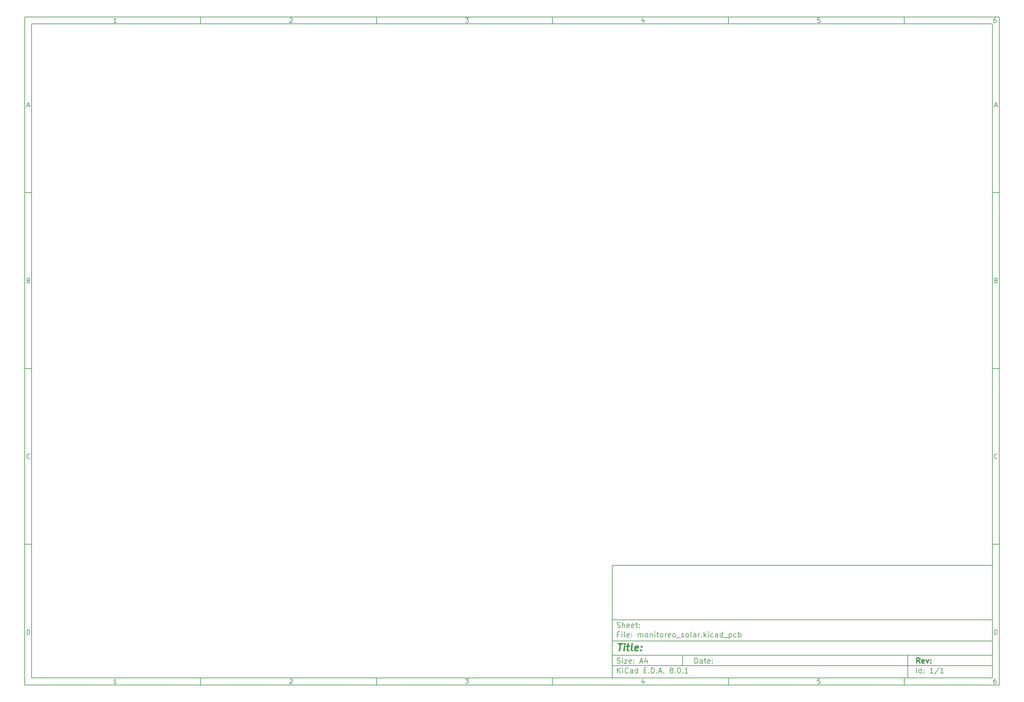
<source format=gbr>
%TF.GenerationSoftware,KiCad,Pcbnew,8.0.1*%
%TF.CreationDate,2024-08-29T21:22:59-03:00*%
%TF.ProjectId,monitoreo_solar,6d6f6e69-746f-4726-956f-5f736f6c6172,rev?*%
%TF.SameCoordinates,Original*%
%TF.FileFunction,Paste,Top*%
%TF.FilePolarity,Positive*%
%FSLAX46Y46*%
G04 Gerber Fmt 4.6, Leading zero omitted, Abs format (unit mm)*
G04 Created by KiCad (PCBNEW 8.0.1) date 2024-08-29 21:22:59*
%MOMM*%
%LPD*%
G01*
G04 APERTURE LIST*
%ADD10C,0.100000*%
%ADD11C,0.150000*%
%ADD12C,0.300000*%
%ADD13C,0.400000*%
G04 APERTURE END LIST*
D10*
D11*
X177002200Y-166007200D02*
X285002200Y-166007200D01*
X285002200Y-198007200D01*
X177002200Y-198007200D01*
X177002200Y-166007200D01*
D10*
D11*
X10000000Y-10000000D02*
X287002200Y-10000000D01*
X287002200Y-200007200D01*
X10000000Y-200007200D01*
X10000000Y-10000000D01*
D10*
D11*
X12000000Y-12000000D02*
X285002200Y-12000000D01*
X285002200Y-198007200D01*
X12000000Y-198007200D01*
X12000000Y-12000000D01*
D10*
D11*
X60000000Y-12000000D02*
X60000000Y-10000000D01*
D10*
D11*
X110000000Y-12000000D02*
X110000000Y-10000000D01*
D10*
D11*
X160000000Y-12000000D02*
X160000000Y-10000000D01*
D10*
D11*
X210000000Y-12000000D02*
X210000000Y-10000000D01*
D10*
D11*
X260000000Y-12000000D02*
X260000000Y-10000000D01*
D10*
D11*
X36089160Y-11593604D02*
X35346303Y-11593604D01*
X35717731Y-11593604D02*
X35717731Y-10293604D01*
X35717731Y-10293604D02*
X35593922Y-10479319D01*
X35593922Y-10479319D02*
X35470112Y-10603128D01*
X35470112Y-10603128D02*
X35346303Y-10665033D01*
D10*
D11*
X85346303Y-10417414D02*
X85408207Y-10355509D01*
X85408207Y-10355509D02*
X85532017Y-10293604D01*
X85532017Y-10293604D02*
X85841541Y-10293604D01*
X85841541Y-10293604D02*
X85965350Y-10355509D01*
X85965350Y-10355509D02*
X86027255Y-10417414D01*
X86027255Y-10417414D02*
X86089160Y-10541223D01*
X86089160Y-10541223D02*
X86089160Y-10665033D01*
X86089160Y-10665033D02*
X86027255Y-10850747D01*
X86027255Y-10850747D02*
X85284398Y-11593604D01*
X85284398Y-11593604D02*
X86089160Y-11593604D01*
D10*
D11*
X135284398Y-10293604D02*
X136089160Y-10293604D01*
X136089160Y-10293604D02*
X135655826Y-10788842D01*
X135655826Y-10788842D02*
X135841541Y-10788842D01*
X135841541Y-10788842D02*
X135965350Y-10850747D01*
X135965350Y-10850747D02*
X136027255Y-10912652D01*
X136027255Y-10912652D02*
X136089160Y-11036461D01*
X136089160Y-11036461D02*
X136089160Y-11345985D01*
X136089160Y-11345985D02*
X136027255Y-11469795D01*
X136027255Y-11469795D02*
X135965350Y-11531700D01*
X135965350Y-11531700D02*
X135841541Y-11593604D01*
X135841541Y-11593604D02*
X135470112Y-11593604D01*
X135470112Y-11593604D02*
X135346303Y-11531700D01*
X135346303Y-11531700D02*
X135284398Y-11469795D01*
D10*
D11*
X185965350Y-10726938D02*
X185965350Y-11593604D01*
X185655826Y-10231700D02*
X185346303Y-11160271D01*
X185346303Y-11160271D02*
X186151064Y-11160271D01*
D10*
D11*
X236027255Y-10293604D02*
X235408207Y-10293604D01*
X235408207Y-10293604D02*
X235346303Y-10912652D01*
X235346303Y-10912652D02*
X235408207Y-10850747D01*
X235408207Y-10850747D02*
X235532017Y-10788842D01*
X235532017Y-10788842D02*
X235841541Y-10788842D01*
X235841541Y-10788842D02*
X235965350Y-10850747D01*
X235965350Y-10850747D02*
X236027255Y-10912652D01*
X236027255Y-10912652D02*
X236089160Y-11036461D01*
X236089160Y-11036461D02*
X236089160Y-11345985D01*
X236089160Y-11345985D02*
X236027255Y-11469795D01*
X236027255Y-11469795D02*
X235965350Y-11531700D01*
X235965350Y-11531700D02*
X235841541Y-11593604D01*
X235841541Y-11593604D02*
X235532017Y-11593604D01*
X235532017Y-11593604D02*
X235408207Y-11531700D01*
X235408207Y-11531700D02*
X235346303Y-11469795D01*
D10*
D11*
X285965350Y-10293604D02*
X285717731Y-10293604D01*
X285717731Y-10293604D02*
X285593922Y-10355509D01*
X285593922Y-10355509D02*
X285532017Y-10417414D01*
X285532017Y-10417414D02*
X285408207Y-10603128D01*
X285408207Y-10603128D02*
X285346303Y-10850747D01*
X285346303Y-10850747D02*
X285346303Y-11345985D01*
X285346303Y-11345985D02*
X285408207Y-11469795D01*
X285408207Y-11469795D02*
X285470112Y-11531700D01*
X285470112Y-11531700D02*
X285593922Y-11593604D01*
X285593922Y-11593604D02*
X285841541Y-11593604D01*
X285841541Y-11593604D02*
X285965350Y-11531700D01*
X285965350Y-11531700D02*
X286027255Y-11469795D01*
X286027255Y-11469795D02*
X286089160Y-11345985D01*
X286089160Y-11345985D02*
X286089160Y-11036461D01*
X286089160Y-11036461D02*
X286027255Y-10912652D01*
X286027255Y-10912652D02*
X285965350Y-10850747D01*
X285965350Y-10850747D02*
X285841541Y-10788842D01*
X285841541Y-10788842D02*
X285593922Y-10788842D01*
X285593922Y-10788842D02*
X285470112Y-10850747D01*
X285470112Y-10850747D02*
X285408207Y-10912652D01*
X285408207Y-10912652D02*
X285346303Y-11036461D01*
D10*
D11*
X60000000Y-198007200D02*
X60000000Y-200007200D01*
D10*
D11*
X110000000Y-198007200D02*
X110000000Y-200007200D01*
D10*
D11*
X160000000Y-198007200D02*
X160000000Y-200007200D01*
D10*
D11*
X210000000Y-198007200D02*
X210000000Y-200007200D01*
D10*
D11*
X260000000Y-198007200D02*
X260000000Y-200007200D01*
D10*
D11*
X36089160Y-199600804D02*
X35346303Y-199600804D01*
X35717731Y-199600804D02*
X35717731Y-198300804D01*
X35717731Y-198300804D02*
X35593922Y-198486519D01*
X35593922Y-198486519D02*
X35470112Y-198610328D01*
X35470112Y-198610328D02*
X35346303Y-198672233D01*
D10*
D11*
X85346303Y-198424614D02*
X85408207Y-198362709D01*
X85408207Y-198362709D02*
X85532017Y-198300804D01*
X85532017Y-198300804D02*
X85841541Y-198300804D01*
X85841541Y-198300804D02*
X85965350Y-198362709D01*
X85965350Y-198362709D02*
X86027255Y-198424614D01*
X86027255Y-198424614D02*
X86089160Y-198548423D01*
X86089160Y-198548423D02*
X86089160Y-198672233D01*
X86089160Y-198672233D02*
X86027255Y-198857947D01*
X86027255Y-198857947D02*
X85284398Y-199600804D01*
X85284398Y-199600804D02*
X86089160Y-199600804D01*
D10*
D11*
X135284398Y-198300804D02*
X136089160Y-198300804D01*
X136089160Y-198300804D02*
X135655826Y-198796042D01*
X135655826Y-198796042D02*
X135841541Y-198796042D01*
X135841541Y-198796042D02*
X135965350Y-198857947D01*
X135965350Y-198857947D02*
X136027255Y-198919852D01*
X136027255Y-198919852D02*
X136089160Y-199043661D01*
X136089160Y-199043661D02*
X136089160Y-199353185D01*
X136089160Y-199353185D02*
X136027255Y-199476995D01*
X136027255Y-199476995D02*
X135965350Y-199538900D01*
X135965350Y-199538900D02*
X135841541Y-199600804D01*
X135841541Y-199600804D02*
X135470112Y-199600804D01*
X135470112Y-199600804D02*
X135346303Y-199538900D01*
X135346303Y-199538900D02*
X135284398Y-199476995D01*
D10*
D11*
X185965350Y-198734138D02*
X185965350Y-199600804D01*
X185655826Y-198238900D02*
X185346303Y-199167471D01*
X185346303Y-199167471D02*
X186151064Y-199167471D01*
D10*
D11*
X236027255Y-198300804D02*
X235408207Y-198300804D01*
X235408207Y-198300804D02*
X235346303Y-198919852D01*
X235346303Y-198919852D02*
X235408207Y-198857947D01*
X235408207Y-198857947D02*
X235532017Y-198796042D01*
X235532017Y-198796042D02*
X235841541Y-198796042D01*
X235841541Y-198796042D02*
X235965350Y-198857947D01*
X235965350Y-198857947D02*
X236027255Y-198919852D01*
X236027255Y-198919852D02*
X236089160Y-199043661D01*
X236089160Y-199043661D02*
X236089160Y-199353185D01*
X236089160Y-199353185D02*
X236027255Y-199476995D01*
X236027255Y-199476995D02*
X235965350Y-199538900D01*
X235965350Y-199538900D02*
X235841541Y-199600804D01*
X235841541Y-199600804D02*
X235532017Y-199600804D01*
X235532017Y-199600804D02*
X235408207Y-199538900D01*
X235408207Y-199538900D02*
X235346303Y-199476995D01*
D10*
D11*
X285965350Y-198300804D02*
X285717731Y-198300804D01*
X285717731Y-198300804D02*
X285593922Y-198362709D01*
X285593922Y-198362709D02*
X285532017Y-198424614D01*
X285532017Y-198424614D02*
X285408207Y-198610328D01*
X285408207Y-198610328D02*
X285346303Y-198857947D01*
X285346303Y-198857947D02*
X285346303Y-199353185D01*
X285346303Y-199353185D02*
X285408207Y-199476995D01*
X285408207Y-199476995D02*
X285470112Y-199538900D01*
X285470112Y-199538900D02*
X285593922Y-199600804D01*
X285593922Y-199600804D02*
X285841541Y-199600804D01*
X285841541Y-199600804D02*
X285965350Y-199538900D01*
X285965350Y-199538900D02*
X286027255Y-199476995D01*
X286027255Y-199476995D02*
X286089160Y-199353185D01*
X286089160Y-199353185D02*
X286089160Y-199043661D01*
X286089160Y-199043661D02*
X286027255Y-198919852D01*
X286027255Y-198919852D02*
X285965350Y-198857947D01*
X285965350Y-198857947D02*
X285841541Y-198796042D01*
X285841541Y-198796042D02*
X285593922Y-198796042D01*
X285593922Y-198796042D02*
X285470112Y-198857947D01*
X285470112Y-198857947D02*
X285408207Y-198919852D01*
X285408207Y-198919852D02*
X285346303Y-199043661D01*
D10*
D11*
X10000000Y-60000000D02*
X12000000Y-60000000D01*
D10*
D11*
X10000000Y-110000000D02*
X12000000Y-110000000D01*
D10*
D11*
X10000000Y-160000000D02*
X12000000Y-160000000D01*
D10*
D11*
X10690476Y-35222176D02*
X11309523Y-35222176D01*
X10566666Y-35593604D02*
X10999999Y-34293604D01*
X10999999Y-34293604D02*
X11433333Y-35593604D01*
D10*
D11*
X11092857Y-84912652D02*
X11278571Y-84974557D01*
X11278571Y-84974557D02*
X11340476Y-85036461D01*
X11340476Y-85036461D02*
X11402380Y-85160271D01*
X11402380Y-85160271D02*
X11402380Y-85345985D01*
X11402380Y-85345985D02*
X11340476Y-85469795D01*
X11340476Y-85469795D02*
X11278571Y-85531700D01*
X11278571Y-85531700D02*
X11154761Y-85593604D01*
X11154761Y-85593604D02*
X10659523Y-85593604D01*
X10659523Y-85593604D02*
X10659523Y-84293604D01*
X10659523Y-84293604D02*
X11092857Y-84293604D01*
X11092857Y-84293604D02*
X11216666Y-84355509D01*
X11216666Y-84355509D02*
X11278571Y-84417414D01*
X11278571Y-84417414D02*
X11340476Y-84541223D01*
X11340476Y-84541223D02*
X11340476Y-84665033D01*
X11340476Y-84665033D02*
X11278571Y-84788842D01*
X11278571Y-84788842D02*
X11216666Y-84850747D01*
X11216666Y-84850747D02*
X11092857Y-84912652D01*
X11092857Y-84912652D02*
X10659523Y-84912652D01*
D10*
D11*
X11402380Y-135469795D02*
X11340476Y-135531700D01*
X11340476Y-135531700D02*
X11154761Y-135593604D01*
X11154761Y-135593604D02*
X11030952Y-135593604D01*
X11030952Y-135593604D02*
X10845238Y-135531700D01*
X10845238Y-135531700D02*
X10721428Y-135407890D01*
X10721428Y-135407890D02*
X10659523Y-135284080D01*
X10659523Y-135284080D02*
X10597619Y-135036461D01*
X10597619Y-135036461D02*
X10597619Y-134850747D01*
X10597619Y-134850747D02*
X10659523Y-134603128D01*
X10659523Y-134603128D02*
X10721428Y-134479319D01*
X10721428Y-134479319D02*
X10845238Y-134355509D01*
X10845238Y-134355509D02*
X11030952Y-134293604D01*
X11030952Y-134293604D02*
X11154761Y-134293604D01*
X11154761Y-134293604D02*
X11340476Y-134355509D01*
X11340476Y-134355509D02*
X11402380Y-134417414D01*
D10*
D11*
X10659523Y-185593604D02*
X10659523Y-184293604D01*
X10659523Y-184293604D02*
X10969047Y-184293604D01*
X10969047Y-184293604D02*
X11154761Y-184355509D01*
X11154761Y-184355509D02*
X11278571Y-184479319D01*
X11278571Y-184479319D02*
X11340476Y-184603128D01*
X11340476Y-184603128D02*
X11402380Y-184850747D01*
X11402380Y-184850747D02*
X11402380Y-185036461D01*
X11402380Y-185036461D02*
X11340476Y-185284080D01*
X11340476Y-185284080D02*
X11278571Y-185407890D01*
X11278571Y-185407890D02*
X11154761Y-185531700D01*
X11154761Y-185531700D02*
X10969047Y-185593604D01*
X10969047Y-185593604D02*
X10659523Y-185593604D01*
D10*
D11*
X287002200Y-60000000D02*
X285002200Y-60000000D01*
D10*
D11*
X287002200Y-110000000D02*
X285002200Y-110000000D01*
D10*
D11*
X287002200Y-160000000D02*
X285002200Y-160000000D01*
D10*
D11*
X285692676Y-35222176D02*
X286311723Y-35222176D01*
X285568866Y-35593604D02*
X286002199Y-34293604D01*
X286002199Y-34293604D02*
X286435533Y-35593604D01*
D10*
D11*
X286095057Y-84912652D02*
X286280771Y-84974557D01*
X286280771Y-84974557D02*
X286342676Y-85036461D01*
X286342676Y-85036461D02*
X286404580Y-85160271D01*
X286404580Y-85160271D02*
X286404580Y-85345985D01*
X286404580Y-85345985D02*
X286342676Y-85469795D01*
X286342676Y-85469795D02*
X286280771Y-85531700D01*
X286280771Y-85531700D02*
X286156961Y-85593604D01*
X286156961Y-85593604D02*
X285661723Y-85593604D01*
X285661723Y-85593604D02*
X285661723Y-84293604D01*
X285661723Y-84293604D02*
X286095057Y-84293604D01*
X286095057Y-84293604D02*
X286218866Y-84355509D01*
X286218866Y-84355509D02*
X286280771Y-84417414D01*
X286280771Y-84417414D02*
X286342676Y-84541223D01*
X286342676Y-84541223D02*
X286342676Y-84665033D01*
X286342676Y-84665033D02*
X286280771Y-84788842D01*
X286280771Y-84788842D02*
X286218866Y-84850747D01*
X286218866Y-84850747D02*
X286095057Y-84912652D01*
X286095057Y-84912652D02*
X285661723Y-84912652D01*
D10*
D11*
X286404580Y-135469795D02*
X286342676Y-135531700D01*
X286342676Y-135531700D02*
X286156961Y-135593604D01*
X286156961Y-135593604D02*
X286033152Y-135593604D01*
X286033152Y-135593604D02*
X285847438Y-135531700D01*
X285847438Y-135531700D02*
X285723628Y-135407890D01*
X285723628Y-135407890D02*
X285661723Y-135284080D01*
X285661723Y-135284080D02*
X285599819Y-135036461D01*
X285599819Y-135036461D02*
X285599819Y-134850747D01*
X285599819Y-134850747D02*
X285661723Y-134603128D01*
X285661723Y-134603128D02*
X285723628Y-134479319D01*
X285723628Y-134479319D02*
X285847438Y-134355509D01*
X285847438Y-134355509D02*
X286033152Y-134293604D01*
X286033152Y-134293604D02*
X286156961Y-134293604D01*
X286156961Y-134293604D02*
X286342676Y-134355509D01*
X286342676Y-134355509D02*
X286404580Y-134417414D01*
D10*
D11*
X285661723Y-185593604D02*
X285661723Y-184293604D01*
X285661723Y-184293604D02*
X285971247Y-184293604D01*
X285971247Y-184293604D02*
X286156961Y-184355509D01*
X286156961Y-184355509D02*
X286280771Y-184479319D01*
X286280771Y-184479319D02*
X286342676Y-184603128D01*
X286342676Y-184603128D02*
X286404580Y-184850747D01*
X286404580Y-184850747D02*
X286404580Y-185036461D01*
X286404580Y-185036461D02*
X286342676Y-185284080D01*
X286342676Y-185284080D02*
X286280771Y-185407890D01*
X286280771Y-185407890D02*
X286156961Y-185531700D01*
X286156961Y-185531700D02*
X285971247Y-185593604D01*
X285971247Y-185593604D02*
X285661723Y-185593604D01*
D10*
D11*
X200458026Y-193793328D02*
X200458026Y-192293328D01*
X200458026Y-192293328D02*
X200815169Y-192293328D01*
X200815169Y-192293328D02*
X201029455Y-192364757D01*
X201029455Y-192364757D02*
X201172312Y-192507614D01*
X201172312Y-192507614D02*
X201243741Y-192650471D01*
X201243741Y-192650471D02*
X201315169Y-192936185D01*
X201315169Y-192936185D02*
X201315169Y-193150471D01*
X201315169Y-193150471D02*
X201243741Y-193436185D01*
X201243741Y-193436185D02*
X201172312Y-193579042D01*
X201172312Y-193579042D02*
X201029455Y-193721900D01*
X201029455Y-193721900D02*
X200815169Y-193793328D01*
X200815169Y-193793328D02*
X200458026Y-193793328D01*
X202600884Y-193793328D02*
X202600884Y-193007614D01*
X202600884Y-193007614D02*
X202529455Y-192864757D01*
X202529455Y-192864757D02*
X202386598Y-192793328D01*
X202386598Y-192793328D02*
X202100884Y-192793328D01*
X202100884Y-192793328D02*
X201958026Y-192864757D01*
X202600884Y-193721900D02*
X202458026Y-193793328D01*
X202458026Y-193793328D02*
X202100884Y-193793328D01*
X202100884Y-193793328D02*
X201958026Y-193721900D01*
X201958026Y-193721900D02*
X201886598Y-193579042D01*
X201886598Y-193579042D02*
X201886598Y-193436185D01*
X201886598Y-193436185D02*
X201958026Y-193293328D01*
X201958026Y-193293328D02*
X202100884Y-193221900D01*
X202100884Y-193221900D02*
X202458026Y-193221900D01*
X202458026Y-193221900D02*
X202600884Y-193150471D01*
X203100884Y-192793328D02*
X203672312Y-192793328D01*
X203315169Y-192293328D02*
X203315169Y-193579042D01*
X203315169Y-193579042D02*
X203386598Y-193721900D01*
X203386598Y-193721900D02*
X203529455Y-193793328D01*
X203529455Y-193793328D02*
X203672312Y-193793328D01*
X204743741Y-193721900D02*
X204600884Y-193793328D01*
X204600884Y-193793328D02*
X204315170Y-193793328D01*
X204315170Y-193793328D02*
X204172312Y-193721900D01*
X204172312Y-193721900D02*
X204100884Y-193579042D01*
X204100884Y-193579042D02*
X204100884Y-193007614D01*
X204100884Y-193007614D02*
X204172312Y-192864757D01*
X204172312Y-192864757D02*
X204315170Y-192793328D01*
X204315170Y-192793328D02*
X204600884Y-192793328D01*
X204600884Y-192793328D02*
X204743741Y-192864757D01*
X204743741Y-192864757D02*
X204815170Y-193007614D01*
X204815170Y-193007614D02*
X204815170Y-193150471D01*
X204815170Y-193150471D02*
X204100884Y-193293328D01*
X205458026Y-193650471D02*
X205529455Y-193721900D01*
X205529455Y-193721900D02*
X205458026Y-193793328D01*
X205458026Y-193793328D02*
X205386598Y-193721900D01*
X205386598Y-193721900D02*
X205458026Y-193650471D01*
X205458026Y-193650471D02*
X205458026Y-193793328D01*
X205458026Y-192864757D02*
X205529455Y-192936185D01*
X205529455Y-192936185D02*
X205458026Y-193007614D01*
X205458026Y-193007614D02*
X205386598Y-192936185D01*
X205386598Y-192936185D02*
X205458026Y-192864757D01*
X205458026Y-192864757D02*
X205458026Y-193007614D01*
D10*
D11*
X177002200Y-194507200D02*
X285002200Y-194507200D01*
D10*
D11*
X178458026Y-196593328D02*
X178458026Y-195093328D01*
X179315169Y-196593328D02*
X178672312Y-195736185D01*
X179315169Y-195093328D02*
X178458026Y-195950471D01*
X179958026Y-196593328D02*
X179958026Y-195593328D01*
X179958026Y-195093328D02*
X179886598Y-195164757D01*
X179886598Y-195164757D02*
X179958026Y-195236185D01*
X179958026Y-195236185D02*
X180029455Y-195164757D01*
X180029455Y-195164757D02*
X179958026Y-195093328D01*
X179958026Y-195093328D02*
X179958026Y-195236185D01*
X181529455Y-196450471D02*
X181458027Y-196521900D01*
X181458027Y-196521900D02*
X181243741Y-196593328D01*
X181243741Y-196593328D02*
X181100884Y-196593328D01*
X181100884Y-196593328D02*
X180886598Y-196521900D01*
X180886598Y-196521900D02*
X180743741Y-196379042D01*
X180743741Y-196379042D02*
X180672312Y-196236185D01*
X180672312Y-196236185D02*
X180600884Y-195950471D01*
X180600884Y-195950471D02*
X180600884Y-195736185D01*
X180600884Y-195736185D02*
X180672312Y-195450471D01*
X180672312Y-195450471D02*
X180743741Y-195307614D01*
X180743741Y-195307614D02*
X180886598Y-195164757D01*
X180886598Y-195164757D02*
X181100884Y-195093328D01*
X181100884Y-195093328D02*
X181243741Y-195093328D01*
X181243741Y-195093328D02*
X181458027Y-195164757D01*
X181458027Y-195164757D02*
X181529455Y-195236185D01*
X182815170Y-196593328D02*
X182815170Y-195807614D01*
X182815170Y-195807614D02*
X182743741Y-195664757D01*
X182743741Y-195664757D02*
X182600884Y-195593328D01*
X182600884Y-195593328D02*
X182315170Y-195593328D01*
X182315170Y-195593328D02*
X182172312Y-195664757D01*
X182815170Y-196521900D02*
X182672312Y-196593328D01*
X182672312Y-196593328D02*
X182315170Y-196593328D01*
X182315170Y-196593328D02*
X182172312Y-196521900D01*
X182172312Y-196521900D02*
X182100884Y-196379042D01*
X182100884Y-196379042D02*
X182100884Y-196236185D01*
X182100884Y-196236185D02*
X182172312Y-196093328D01*
X182172312Y-196093328D02*
X182315170Y-196021900D01*
X182315170Y-196021900D02*
X182672312Y-196021900D01*
X182672312Y-196021900D02*
X182815170Y-195950471D01*
X184172313Y-196593328D02*
X184172313Y-195093328D01*
X184172313Y-196521900D02*
X184029455Y-196593328D01*
X184029455Y-196593328D02*
X183743741Y-196593328D01*
X183743741Y-196593328D02*
X183600884Y-196521900D01*
X183600884Y-196521900D02*
X183529455Y-196450471D01*
X183529455Y-196450471D02*
X183458027Y-196307614D01*
X183458027Y-196307614D02*
X183458027Y-195879042D01*
X183458027Y-195879042D02*
X183529455Y-195736185D01*
X183529455Y-195736185D02*
X183600884Y-195664757D01*
X183600884Y-195664757D02*
X183743741Y-195593328D01*
X183743741Y-195593328D02*
X184029455Y-195593328D01*
X184029455Y-195593328D02*
X184172313Y-195664757D01*
X186029455Y-195807614D02*
X186529455Y-195807614D01*
X186743741Y-196593328D02*
X186029455Y-196593328D01*
X186029455Y-196593328D02*
X186029455Y-195093328D01*
X186029455Y-195093328D02*
X186743741Y-195093328D01*
X187386598Y-196450471D02*
X187458027Y-196521900D01*
X187458027Y-196521900D02*
X187386598Y-196593328D01*
X187386598Y-196593328D02*
X187315170Y-196521900D01*
X187315170Y-196521900D02*
X187386598Y-196450471D01*
X187386598Y-196450471D02*
X187386598Y-196593328D01*
X188100884Y-196593328D02*
X188100884Y-195093328D01*
X188100884Y-195093328D02*
X188458027Y-195093328D01*
X188458027Y-195093328D02*
X188672313Y-195164757D01*
X188672313Y-195164757D02*
X188815170Y-195307614D01*
X188815170Y-195307614D02*
X188886599Y-195450471D01*
X188886599Y-195450471D02*
X188958027Y-195736185D01*
X188958027Y-195736185D02*
X188958027Y-195950471D01*
X188958027Y-195950471D02*
X188886599Y-196236185D01*
X188886599Y-196236185D02*
X188815170Y-196379042D01*
X188815170Y-196379042D02*
X188672313Y-196521900D01*
X188672313Y-196521900D02*
X188458027Y-196593328D01*
X188458027Y-196593328D02*
X188100884Y-196593328D01*
X189600884Y-196450471D02*
X189672313Y-196521900D01*
X189672313Y-196521900D02*
X189600884Y-196593328D01*
X189600884Y-196593328D02*
X189529456Y-196521900D01*
X189529456Y-196521900D02*
X189600884Y-196450471D01*
X189600884Y-196450471D02*
X189600884Y-196593328D01*
X190243742Y-196164757D02*
X190958028Y-196164757D01*
X190100885Y-196593328D02*
X190600885Y-195093328D01*
X190600885Y-195093328D02*
X191100885Y-196593328D01*
X191600884Y-196450471D02*
X191672313Y-196521900D01*
X191672313Y-196521900D02*
X191600884Y-196593328D01*
X191600884Y-196593328D02*
X191529456Y-196521900D01*
X191529456Y-196521900D02*
X191600884Y-196450471D01*
X191600884Y-196450471D02*
X191600884Y-196593328D01*
X193672313Y-195736185D02*
X193529456Y-195664757D01*
X193529456Y-195664757D02*
X193458027Y-195593328D01*
X193458027Y-195593328D02*
X193386599Y-195450471D01*
X193386599Y-195450471D02*
X193386599Y-195379042D01*
X193386599Y-195379042D02*
X193458027Y-195236185D01*
X193458027Y-195236185D02*
X193529456Y-195164757D01*
X193529456Y-195164757D02*
X193672313Y-195093328D01*
X193672313Y-195093328D02*
X193958027Y-195093328D01*
X193958027Y-195093328D02*
X194100885Y-195164757D01*
X194100885Y-195164757D02*
X194172313Y-195236185D01*
X194172313Y-195236185D02*
X194243742Y-195379042D01*
X194243742Y-195379042D02*
X194243742Y-195450471D01*
X194243742Y-195450471D02*
X194172313Y-195593328D01*
X194172313Y-195593328D02*
X194100885Y-195664757D01*
X194100885Y-195664757D02*
X193958027Y-195736185D01*
X193958027Y-195736185D02*
X193672313Y-195736185D01*
X193672313Y-195736185D02*
X193529456Y-195807614D01*
X193529456Y-195807614D02*
X193458027Y-195879042D01*
X193458027Y-195879042D02*
X193386599Y-196021900D01*
X193386599Y-196021900D02*
X193386599Y-196307614D01*
X193386599Y-196307614D02*
X193458027Y-196450471D01*
X193458027Y-196450471D02*
X193529456Y-196521900D01*
X193529456Y-196521900D02*
X193672313Y-196593328D01*
X193672313Y-196593328D02*
X193958027Y-196593328D01*
X193958027Y-196593328D02*
X194100885Y-196521900D01*
X194100885Y-196521900D02*
X194172313Y-196450471D01*
X194172313Y-196450471D02*
X194243742Y-196307614D01*
X194243742Y-196307614D02*
X194243742Y-196021900D01*
X194243742Y-196021900D02*
X194172313Y-195879042D01*
X194172313Y-195879042D02*
X194100885Y-195807614D01*
X194100885Y-195807614D02*
X193958027Y-195736185D01*
X194886598Y-196450471D02*
X194958027Y-196521900D01*
X194958027Y-196521900D02*
X194886598Y-196593328D01*
X194886598Y-196593328D02*
X194815170Y-196521900D01*
X194815170Y-196521900D02*
X194886598Y-196450471D01*
X194886598Y-196450471D02*
X194886598Y-196593328D01*
X195886599Y-195093328D02*
X196029456Y-195093328D01*
X196029456Y-195093328D02*
X196172313Y-195164757D01*
X196172313Y-195164757D02*
X196243742Y-195236185D01*
X196243742Y-195236185D02*
X196315170Y-195379042D01*
X196315170Y-195379042D02*
X196386599Y-195664757D01*
X196386599Y-195664757D02*
X196386599Y-196021900D01*
X196386599Y-196021900D02*
X196315170Y-196307614D01*
X196315170Y-196307614D02*
X196243742Y-196450471D01*
X196243742Y-196450471D02*
X196172313Y-196521900D01*
X196172313Y-196521900D02*
X196029456Y-196593328D01*
X196029456Y-196593328D02*
X195886599Y-196593328D01*
X195886599Y-196593328D02*
X195743742Y-196521900D01*
X195743742Y-196521900D02*
X195672313Y-196450471D01*
X195672313Y-196450471D02*
X195600884Y-196307614D01*
X195600884Y-196307614D02*
X195529456Y-196021900D01*
X195529456Y-196021900D02*
X195529456Y-195664757D01*
X195529456Y-195664757D02*
X195600884Y-195379042D01*
X195600884Y-195379042D02*
X195672313Y-195236185D01*
X195672313Y-195236185D02*
X195743742Y-195164757D01*
X195743742Y-195164757D02*
X195886599Y-195093328D01*
X197029455Y-196450471D02*
X197100884Y-196521900D01*
X197100884Y-196521900D02*
X197029455Y-196593328D01*
X197029455Y-196593328D02*
X196958027Y-196521900D01*
X196958027Y-196521900D02*
X197029455Y-196450471D01*
X197029455Y-196450471D02*
X197029455Y-196593328D01*
X198529456Y-196593328D02*
X197672313Y-196593328D01*
X198100884Y-196593328D02*
X198100884Y-195093328D01*
X198100884Y-195093328D02*
X197958027Y-195307614D01*
X197958027Y-195307614D02*
X197815170Y-195450471D01*
X197815170Y-195450471D02*
X197672313Y-195521900D01*
D10*
D11*
X177002200Y-191507200D02*
X285002200Y-191507200D01*
D10*
D12*
X264413853Y-193785528D02*
X263913853Y-193071242D01*
X263556710Y-193785528D02*
X263556710Y-192285528D01*
X263556710Y-192285528D02*
X264128139Y-192285528D01*
X264128139Y-192285528D02*
X264270996Y-192356957D01*
X264270996Y-192356957D02*
X264342425Y-192428385D01*
X264342425Y-192428385D02*
X264413853Y-192571242D01*
X264413853Y-192571242D02*
X264413853Y-192785528D01*
X264413853Y-192785528D02*
X264342425Y-192928385D01*
X264342425Y-192928385D02*
X264270996Y-192999814D01*
X264270996Y-192999814D02*
X264128139Y-193071242D01*
X264128139Y-193071242D02*
X263556710Y-193071242D01*
X265628139Y-193714100D02*
X265485282Y-193785528D01*
X265485282Y-193785528D02*
X265199568Y-193785528D01*
X265199568Y-193785528D02*
X265056710Y-193714100D01*
X265056710Y-193714100D02*
X264985282Y-193571242D01*
X264985282Y-193571242D02*
X264985282Y-192999814D01*
X264985282Y-192999814D02*
X265056710Y-192856957D01*
X265056710Y-192856957D02*
X265199568Y-192785528D01*
X265199568Y-192785528D02*
X265485282Y-192785528D01*
X265485282Y-192785528D02*
X265628139Y-192856957D01*
X265628139Y-192856957D02*
X265699568Y-192999814D01*
X265699568Y-192999814D02*
X265699568Y-193142671D01*
X265699568Y-193142671D02*
X264985282Y-193285528D01*
X266199567Y-192785528D02*
X266556710Y-193785528D01*
X266556710Y-193785528D02*
X266913853Y-192785528D01*
X267485281Y-193642671D02*
X267556710Y-193714100D01*
X267556710Y-193714100D02*
X267485281Y-193785528D01*
X267485281Y-193785528D02*
X267413853Y-193714100D01*
X267413853Y-193714100D02*
X267485281Y-193642671D01*
X267485281Y-193642671D02*
X267485281Y-193785528D01*
X267485281Y-192856957D02*
X267556710Y-192928385D01*
X267556710Y-192928385D02*
X267485281Y-192999814D01*
X267485281Y-192999814D02*
X267413853Y-192928385D01*
X267413853Y-192928385D02*
X267485281Y-192856957D01*
X267485281Y-192856957D02*
X267485281Y-192999814D01*
D10*
D11*
X178386598Y-193721900D02*
X178600884Y-193793328D01*
X178600884Y-193793328D02*
X178958026Y-193793328D01*
X178958026Y-193793328D02*
X179100884Y-193721900D01*
X179100884Y-193721900D02*
X179172312Y-193650471D01*
X179172312Y-193650471D02*
X179243741Y-193507614D01*
X179243741Y-193507614D02*
X179243741Y-193364757D01*
X179243741Y-193364757D02*
X179172312Y-193221900D01*
X179172312Y-193221900D02*
X179100884Y-193150471D01*
X179100884Y-193150471D02*
X178958026Y-193079042D01*
X178958026Y-193079042D02*
X178672312Y-193007614D01*
X178672312Y-193007614D02*
X178529455Y-192936185D01*
X178529455Y-192936185D02*
X178458026Y-192864757D01*
X178458026Y-192864757D02*
X178386598Y-192721900D01*
X178386598Y-192721900D02*
X178386598Y-192579042D01*
X178386598Y-192579042D02*
X178458026Y-192436185D01*
X178458026Y-192436185D02*
X178529455Y-192364757D01*
X178529455Y-192364757D02*
X178672312Y-192293328D01*
X178672312Y-192293328D02*
X179029455Y-192293328D01*
X179029455Y-192293328D02*
X179243741Y-192364757D01*
X179886597Y-193793328D02*
X179886597Y-192793328D01*
X179886597Y-192293328D02*
X179815169Y-192364757D01*
X179815169Y-192364757D02*
X179886597Y-192436185D01*
X179886597Y-192436185D02*
X179958026Y-192364757D01*
X179958026Y-192364757D02*
X179886597Y-192293328D01*
X179886597Y-192293328D02*
X179886597Y-192436185D01*
X180458026Y-192793328D02*
X181243741Y-192793328D01*
X181243741Y-192793328D02*
X180458026Y-193793328D01*
X180458026Y-193793328D02*
X181243741Y-193793328D01*
X182386598Y-193721900D02*
X182243741Y-193793328D01*
X182243741Y-193793328D02*
X181958027Y-193793328D01*
X181958027Y-193793328D02*
X181815169Y-193721900D01*
X181815169Y-193721900D02*
X181743741Y-193579042D01*
X181743741Y-193579042D02*
X181743741Y-193007614D01*
X181743741Y-193007614D02*
X181815169Y-192864757D01*
X181815169Y-192864757D02*
X181958027Y-192793328D01*
X181958027Y-192793328D02*
X182243741Y-192793328D01*
X182243741Y-192793328D02*
X182386598Y-192864757D01*
X182386598Y-192864757D02*
X182458027Y-193007614D01*
X182458027Y-193007614D02*
X182458027Y-193150471D01*
X182458027Y-193150471D02*
X181743741Y-193293328D01*
X183100883Y-193650471D02*
X183172312Y-193721900D01*
X183172312Y-193721900D02*
X183100883Y-193793328D01*
X183100883Y-193793328D02*
X183029455Y-193721900D01*
X183029455Y-193721900D02*
X183100883Y-193650471D01*
X183100883Y-193650471D02*
X183100883Y-193793328D01*
X183100883Y-192864757D02*
X183172312Y-192936185D01*
X183172312Y-192936185D02*
X183100883Y-193007614D01*
X183100883Y-193007614D02*
X183029455Y-192936185D01*
X183029455Y-192936185D02*
X183100883Y-192864757D01*
X183100883Y-192864757D02*
X183100883Y-193007614D01*
X184886598Y-193364757D02*
X185600884Y-193364757D01*
X184743741Y-193793328D02*
X185243741Y-192293328D01*
X185243741Y-192293328D02*
X185743741Y-193793328D01*
X186886598Y-192793328D02*
X186886598Y-193793328D01*
X186529455Y-192221900D02*
X186172312Y-193293328D01*
X186172312Y-193293328D02*
X187100883Y-193293328D01*
D10*
D11*
X263458026Y-196593328D02*
X263458026Y-195093328D01*
X264815170Y-196593328D02*
X264815170Y-195093328D01*
X264815170Y-196521900D02*
X264672312Y-196593328D01*
X264672312Y-196593328D02*
X264386598Y-196593328D01*
X264386598Y-196593328D02*
X264243741Y-196521900D01*
X264243741Y-196521900D02*
X264172312Y-196450471D01*
X264172312Y-196450471D02*
X264100884Y-196307614D01*
X264100884Y-196307614D02*
X264100884Y-195879042D01*
X264100884Y-195879042D02*
X264172312Y-195736185D01*
X264172312Y-195736185D02*
X264243741Y-195664757D01*
X264243741Y-195664757D02*
X264386598Y-195593328D01*
X264386598Y-195593328D02*
X264672312Y-195593328D01*
X264672312Y-195593328D02*
X264815170Y-195664757D01*
X265529455Y-196450471D02*
X265600884Y-196521900D01*
X265600884Y-196521900D02*
X265529455Y-196593328D01*
X265529455Y-196593328D02*
X265458027Y-196521900D01*
X265458027Y-196521900D02*
X265529455Y-196450471D01*
X265529455Y-196450471D02*
X265529455Y-196593328D01*
X265529455Y-195664757D02*
X265600884Y-195736185D01*
X265600884Y-195736185D02*
X265529455Y-195807614D01*
X265529455Y-195807614D02*
X265458027Y-195736185D01*
X265458027Y-195736185D02*
X265529455Y-195664757D01*
X265529455Y-195664757D02*
X265529455Y-195807614D01*
X268172313Y-196593328D02*
X267315170Y-196593328D01*
X267743741Y-196593328D02*
X267743741Y-195093328D01*
X267743741Y-195093328D02*
X267600884Y-195307614D01*
X267600884Y-195307614D02*
X267458027Y-195450471D01*
X267458027Y-195450471D02*
X267315170Y-195521900D01*
X269886598Y-195021900D02*
X268600884Y-196950471D01*
X271172313Y-196593328D02*
X270315170Y-196593328D01*
X270743741Y-196593328D02*
X270743741Y-195093328D01*
X270743741Y-195093328D02*
X270600884Y-195307614D01*
X270600884Y-195307614D02*
X270458027Y-195450471D01*
X270458027Y-195450471D02*
X270315170Y-195521900D01*
D10*
D11*
X177002200Y-187507200D02*
X285002200Y-187507200D01*
D10*
D13*
X178693928Y-188211638D02*
X179836785Y-188211638D01*
X179015357Y-190211638D02*
X179265357Y-188211638D01*
X180253452Y-190211638D02*
X180420119Y-188878304D01*
X180503452Y-188211638D02*
X180396309Y-188306876D01*
X180396309Y-188306876D02*
X180479643Y-188402114D01*
X180479643Y-188402114D02*
X180586786Y-188306876D01*
X180586786Y-188306876D02*
X180503452Y-188211638D01*
X180503452Y-188211638D02*
X180479643Y-188402114D01*
X181086786Y-188878304D02*
X181848690Y-188878304D01*
X181455833Y-188211638D02*
X181241548Y-189925923D01*
X181241548Y-189925923D02*
X181312976Y-190116400D01*
X181312976Y-190116400D02*
X181491548Y-190211638D01*
X181491548Y-190211638D02*
X181682024Y-190211638D01*
X182634405Y-190211638D02*
X182455833Y-190116400D01*
X182455833Y-190116400D02*
X182384405Y-189925923D01*
X182384405Y-189925923D02*
X182598690Y-188211638D01*
X184170119Y-190116400D02*
X183967738Y-190211638D01*
X183967738Y-190211638D02*
X183586785Y-190211638D01*
X183586785Y-190211638D02*
X183408214Y-190116400D01*
X183408214Y-190116400D02*
X183336785Y-189925923D01*
X183336785Y-189925923D02*
X183432024Y-189164019D01*
X183432024Y-189164019D02*
X183551071Y-188973542D01*
X183551071Y-188973542D02*
X183753452Y-188878304D01*
X183753452Y-188878304D02*
X184134404Y-188878304D01*
X184134404Y-188878304D02*
X184312976Y-188973542D01*
X184312976Y-188973542D02*
X184384404Y-189164019D01*
X184384404Y-189164019D02*
X184360595Y-189354495D01*
X184360595Y-189354495D02*
X183384404Y-189544971D01*
X185134405Y-190021161D02*
X185217738Y-190116400D01*
X185217738Y-190116400D02*
X185110595Y-190211638D01*
X185110595Y-190211638D02*
X185027262Y-190116400D01*
X185027262Y-190116400D02*
X185134405Y-190021161D01*
X185134405Y-190021161D02*
X185110595Y-190211638D01*
X185265357Y-188973542D02*
X185348690Y-189068780D01*
X185348690Y-189068780D02*
X185241548Y-189164019D01*
X185241548Y-189164019D02*
X185158214Y-189068780D01*
X185158214Y-189068780D02*
X185265357Y-188973542D01*
X185265357Y-188973542D02*
X185241548Y-189164019D01*
D10*
D11*
X178958026Y-185607614D02*
X178458026Y-185607614D01*
X178458026Y-186393328D02*
X178458026Y-184893328D01*
X178458026Y-184893328D02*
X179172312Y-184893328D01*
X179743740Y-186393328D02*
X179743740Y-185393328D01*
X179743740Y-184893328D02*
X179672312Y-184964757D01*
X179672312Y-184964757D02*
X179743740Y-185036185D01*
X179743740Y-185036185D02*
X179815169Y-184964757D01*
X179815169Y-184964757D02*
X179743740Y-184893328D01*
X179743740Y-184893328D02*
X179743740Y-185036185D01*
X180672312Y-186393328D02*
X180529455Y-186321900D01*
X180529455Y-186321900D02*
X180458026Y-186179042D01*
X180458026Y-186179042D02*
X180458026Y-184893328D01*
X181815169Y-186321900D02*
X181672312Y-186393328D01*
X181672312Y-186393328D02*
X181386598Y-186393328D01*
X181386598Y-186393328D02*
X181243740Y-186321900D01*
X181243740Y-186321900D02*
X181172312Y-186179042D01*
X181172312Y-186179042D02*
X181172312Y-185607614D01*
X181172312Y-185607614D02*
X181243740Y-185464757D01*
X181243740Y-185464757D02*
X181386598Y-185393328D01*
X181386598Y-185393328D02*
X181672312Y-185393328D01*
X181672312Y-185393328D02*
X181815169Y-185464757D01*
X181815169Y-185464757D02*
X181886598Y-185607614D01*
X181886598Y-185607614D02*
X181886598Y-185750471D01*
X181886598Y-185750471D02*
X181172312Y-185893328D01*
X182529454Y-186250471D02*
X182600883Y-186321900D01*
X182600883Y-186321900D02*
X182529454Y-186393328D01*
X182529454Y-186393328D02*
X182458026Y-186321900D01*
X182458026Y-186321900D02*
X182529454Y-186250471D01*
X182529454Y-186250471D02*
X182529454Y-186393328D01*
X182529454Y-185464757D02*
X182600883Y-185536185D01*
X182600883Y-185536185D02*
X182529454Y-185607614D01*
X182529454Y-185607614D02*
X182458026Y-185536185D01*
X182458026Y-185536185D02*
X182529454Y-185464757D01*
X182529454Y-185464757D02*
X182529454Y-185607614D01*
X184386597Y-186393328D02*
X184386597Y-185393328D01*
X184386597Y-185536185D02*
X184458026Y-185464757D01*
X184458026Y-185464757D02*
X184600883Y-185393328D01*
X184600883Y-185393328D02*
X184815169Y-185393328D01*
X184815169Y-185393328D02*
X184958026Y-185464757D01*
X184958026Y-185464757D02*
X185029455Y-185607614D01*
X185029455Y-185607614D02*
X185029455Y-186393328D01*
X185029455Y-185607614D02*
X185100883Y-185464757D01*
X185100883Y-185464757D02*
X185243740Y-185393328D01*
X185243740Y-185393328D02*
X185458026Y-185393328D01*
X185458026Y-185393328D02*
X185600883Y-185464757D01*
X185600883Y-185464757D02*
X185672312Y-185607614D01*
X185672312Y-185607614D02*
X185672312Y-186393328D01*
X186600883Y-186393328D02*
X186458026Y-186321900D01*
X186458026Y-186321900D02*
X186386597Y-186250471D01*
X186386597Y-186250471D02*
X186315169Y-186107614D01*
X186315169Y-186107614D02*
X186315169Y-185679042D01*
X186315169Y-185679042D02*
X186386597Y-185536185D01*
X186386597Y-185536185D02*
X186458026Y-185464757D01*
X186458026Y-185464757D02*
X186600883Y-185393328D01*
X186600883Y-185393328D02*
X186815169Y-185393328D01*
X186815169Y-185393328D02*
X186958026Y-185464757D01*
X186958026Y-185464757D02*
X187029455Y-185536185D01*
X187029455Y-185536185D02*
X187100883Y-185679042D01*
X187100883Y-185679042D02*
X187100883Y-186107614D01*
X187100883Y-186107614D02*
X187029455Y-186250471D01*
X187029455Y-186250471D02*
X186958026Y-186321900D01*
X186958026Y-186321900D02*
X186815169Y-186393328D01*
X186815169Y-186393328D02*
X186600883Y-186393328D01*
X187743740Y-185393328D02*
X187743740Y-186393328D01*
X187743740Y-185536185D02*
X187815169Y-185464757D01*
X187815169Y-185464757D02*
X187958026Y-185393328D01*
X187958026Y-185393328D02*
X188172312Y-185393328D01*
X188172312Y-185393328D02*
X188315169Y-185464757D01*
X188315169Y-185464757D02*
X188386598Y-185607614D01*
X188386598Y-185607614D02*
X188386598Y-186393328D01*
X189100883Y-186393328D02*
X189100883Y-185393328D01*
X189100883Y-184893328D02*
X189029455Y-184964757D01*
X189029455Y-184964757D02*
X189100883Y-185036185D01*
X189100883Y-185036185D02*
X189172312Y-184964757D01*
X189172312Y-184964757D02*
X189100883Y-184893328D01*
X189100883Y-184893328D02*
X189100883Y-185036185D01*
X189600884Y-185393328D02*
X190172312Y-185393328D01*
X189815169Y-184893328D02*
X189815169Y-186179042D01*
X189815169Y-186179042D02*
X189886598Y-186321900D01*
X189886598Y-186321900D02*
X190029455Y-186393328D01*
X190029455Y-186393328D02*
X190172312Y-186393328D01*
X190886598Y-186393328D02*
X190743741Y-186321900D01*
X190743741Y-186321900D02*
X190672312Y-186250471D01*
X190672312Y-186250471D02*
X190600884Y-186107614D01*
X190600884Y-186107614D02*
X190600884Y-185679042D01*
X190600884Y-185679042D02*
X190672312Y-185536185D01*
X190672312Y-185536185D02*
X190743741Y-185464757D01*
X190743741Y-185464757D02*
X190886598Y-185393328D01*
X190886598Y-185393328D02*
X191100884Y-185393328D01*
X191100884Y-185393328D02*
X191243741Y-185464757D01*
X191243741Y-185464757D02*
X191315170Y-185536185D01*
X191315170Y-185536185D02*
X191386598Y-185679042D01*
X191386598Y-185679042D02*
X191386598Y-186107614D01*
X191386598Y-186107614D02*
X191315170Y-186250471D01*
X191315170Y-186250471D02*
X191243741Y-186321900D01*
X191243741Y-186321900D02*
X191100884Y-186393328D01*
X191100884Y-186393328D02*
X190886598Y-186393328D01*
X192029455Y-186393328D02*
X192029455Y-185393328D01*
X192029455Y-185679042D02*
X192100884Y-185536185D01*
X192100884Y-185536185D02*
X192172313Y-185464757D01*
X192172313Y-185464757D02*
X192315170Y-185393328D01*
X192315170Y-185393328D02*
X192458027Y-185393328D01*
X193529455Y-186321900D02*
X193386598Y-186393328D01*
X193386598Y-186393328D02*
X193100884Y-186393328D01*
X193100884Y-186393328D02*
X192958026Y-186321900D01*
X192958026Y-186321900D02*
X192886598Y-186179042D01*
X192886598Y-186179042D02*
X192886598Y-185607614D01*
X192886598Y-185607614D02*
X192958026Y-185464757D01*
X192958026Y-185464757D02*
X193100884Y-185393328D01*
X193100884Y-185393328D02*
X193386598Y-185393328D01*
X193386598Y-185393328D02*
X193529455Y-185464757D01*
X193529455Y-185464757D02*
X193600884Y-185607614D01*
X193600884Y-185607614D02*
X193600884Y-185750471D01*
X193600884Y-185750471D02*
X192886598Y-185893328D01*
X194458026Y-186393328D02*
X194315169Y-186321900D01*
X194315169Y-186321900D02*
X194243740Y-186250471D01*
X194243740Y-186250471D02*
X194172312Y-186107614D01*
X194172312Y-186107614D02*
X194172312Y-185679042D01*
X194172312Y-185679042D02*
X194243740Y-185536185D01*
X194243740Y-185536185D02*
X194315169Y-185464757D01*
X194315169Y-185464757D02*
X194458026Y-185393328D01*
X194458026Y-185393328D02*
X194672312Y-185393328D01*
X194672312Y-185393328D02*
X194815169Y-185464757D01*
X194815169Y-185464757D02*
X194886598Y-185536185D01*
X194886598Y-185536185D02*
X194958026Y-185679042D01*
X194958026Y-185679042D02*
X194958026Y-186107614D01*
X194958026Y-186107614D02*
X194886598Y-186250471D01*
X194886598Y-186250471D02*
X194815169Y-186321900D01*
X194815169Y-186321900D02*
X194672312Y-186393328D01*
X194672312Y-186393328D02*
X194458026Y-186393328D01*
X195243741Y-186536185D02*
X196386598Y-186536185D01*
X196672312Y-186321900D02*
X196815169Y-186393328D01*
X196815169Y-186393328D02*
X197100883Y-186393328D01*
X197100883Y-186393328D02*
X197243740Y-186321900D01*
X197243740Y-186321900D02*
X197315169Y-186179042D01*
X197315169Y-186179042D02*
X197315169Y-186107614D01*
X197315169Y-186107614D02*
X197243740Y-185964757D01*
X197243740Y-185964757D02*
X197100883Y-185893328D01*
X197100883Y-185893328D02*
X196886598Y-185893328D01*
X196886598Y-185893328D02*
X196743740Y-185821900D01*
X196743740Y-185821900D02*
X196672312Y-185679042D01*
X196672312Y-185679042D02*
X196672312Y-185607614D01*
X196672312Y-185607614D02*
X196743740Y-185464757D01*
X196743740Y-185464757D02*
X196886598Y-185393328D01*
X196886598Y-185393328D02*
X197100883Y-185393328D01*
X197100883Y-185393328D02*
X197243740Y-185464757D01*
X198172312Y-186393328D02*
X198029455Y-186321900D01*
X198029455Y-186321900D02*
X197958026Y-186250471D01*
X197958026Y-186250471D02*
X197886598Y-186107614D01*
X197886598Y-186107614D02*
X197886598Y-185679042D01*
X197886598Y-185679042D02*
X197958026Y-185536185D01*
X197958026Y-185536185D02*
X198029455Y-185464757D01*
X198029455Y-185464757D02*
X198172312Y-185393328D01*
X198172312Y-185393328D02*
X198386598Y-185393328D01*
X198386598Y-185393328D02*
X198529455Y-185464757D01*
X198529455Y-185464757D02*
X198600884Y-185536185D01*
X198600884Y-185536185D02*
X198672312Y-185679042D01*
X198672312Y-185679042D02*
X198672312Y-186107614D01*
X198672312Y-186107614D02*
X198600884Y-186250471D01*
X198600884Y-186250471D02*
X198529455Y-186321900D01*
X198529455Y-186321900D02*
X198386598Y-186393328D01*
X198386598Y-186393328D02*
X198172312Y-186393328D01*
X199529455Y-186393328D02*
X199386598Y-186321900D01*
X199386598Y-186321900D02*
X199315169Y-186179042D01*
X199315169Y-186179042D02*
X199315169Y-184893328D01*
X200743741Y-186393328D02*
X200743741Y-185607614D01*
X200743741Y-185607614D02*
X200672312Y-185464757D01*
X200672312Y-185464757D02*
X200529455Y-185393328D01*
X200529455Y-185393328D02*
X200243741Y-185393328D01*
X200243741Y-185393328D02*
X200100883Y-185464757D01*
X200743741Y-186321900D02*
X200600883Y-186393328D01*
X200600883Y-186393328D02*
X200243741Y-186393328D01*
X200243741Y-186393328D02*
X200100883Y-186321900D01*
X200100883Y-186321900D02*
X200029455Y-186179042D01*
X200029455Y-186179042D02*
X200029455Y-186036185D01*
X200029455Y-186036185D02*
X200100883Y-185893328D01*
X200100883Y-185893328D02*
X200243741Y-185821900D01*
X200243741Y-185821900D02*
X200600883Y-185821900D01*
X200600883Y-185821900D02*
X200743741Y-185750471D01*
X201458026Y-186393328D02*
X201458026Y-185393328D01*
X201458026Y-185679042D02*
X201529455Y-185536185D01*
X201529455Y-185536185D02*
X201600884Y-185464757D01*
X201600884Y-185464757D02*
X201743741Y-185393328D01*
X201743741Y-185393328D02*
X201886598Y-185393328D01*
X202386597Y-186250471D02*
X202458026Y-186321900D01*
X202458026Y-186321900D02*
X202386597Y-186393328D01*
X202386597Y-186393328D02*
X202315169Y-186321900D01*
X202315169Y-186321900D02*
X202386597Y-186250471D01*
X202386597Y-186250471D02*
X202386597Y-186393328D01*
X203100883Y-186393328D02*
X203100883Y-184893328D01*
X203243741Y-185821900D02*
X203672312Y-186393328D01*
X203672312Y-185393328D02*
X203100883Y-185964757D01*
X204315169Y-186393328D02*
X204315169Y-185393328D01*
X204315169Y-184893328D02*
X204243741Y-184964757D01*
X204243741Y-184964757D02*
X204315169Y-185036185D01*
X204315169Y-185036185D02*
X204386598Y-184964757D01*
X204386598Y-184964757D02*
X204315169Y-184893328D01*
X204315169Y-184893328D02*
X204315169Y-185036185D01*
X205672313Y-186321900D02*
X205529455Y-186393328D01*
X205529455Y-186393328D02*
X205243741Y-186393328D01*
X205243741Y-186393328D02*
X205100884Y-186321900D01*
X205100884Y-186321900D02*
X205029455Y-186250471D01*
X205029455Y-186250471D02*
X204958027Y-186107614D01*
X204958027Y-186107614D02*
X204958027Y-185679042D01*
X204958027Y-185679042D02*
X205029455Y-185536185D01*
X205029455Y-185536185D02*
X205100884Y-185464757D01*
X205100884Y-185464757D02*
X205243741Y-185393328D01*
X205243741Y-185393328D02*
X205529455Y-185393328D01*
X205529455Y-185393328D02*
X205672313Y-185464757D01*
X206958027Y-186393328D02*
X206958027Y-185607614D01*
X206958027Y-185607614D02*
X206886598Y-185464757D01*
X206886598Y-185464757D02*
X206743741Y-185393328D01*
X206743741Y-185393328D02*
X206458027Y-185393328D01*
X206458027Y-185393328D02*
X206315169Y-185464757D01*
X206958027Y-186321900D02*
X206815169Y-186393328D01*
X206815169Y-186393328D02*
X206458027Y-186393328D01*
X206458027Y-186393328D02*
X206315169Y-186321900D01*
X206315169Y-186321900D02*
X206243741Y-186179042D01*
X206243741Y-186179042D02*
X206243741Y-186036185D01*
X206243741Y-186036185D02*
X206315169Y-185893328D01*
X206315169Y-185893328D02*
X206458027Y-185821900D01*
X206458027Y-185821900D02*
X206815169Y-185821900D01*
X206815169Y-185821900D02*
X206958027Y-185750471D01*
X208315170Y-186393328D02*
X208315170Y-184893328D01*
X208315170Y-186321900D02*
X208172312Y-186393328D01*
X208172312Y-186393328D02*
X207886598Y-186393328D01*
X207886598Y-186393328D02*
X207743741Y-186321900D01*
X207743741Y-186321900D02*
X207672312Y-186250471D01*
X207672312Y-186250471D02*
X207600884Y-186107614D01*
X207600884Y-186107614D02*
X207600884Y-185679042D01*
X207600884Y-185679042D02*
X207672312Y-185536185D01*
X207672312Y-185536185D02*
X207743741Y-185464757D01*
X207743741Y-185464757D02*
X207886598Y-185393328D01*
X207886598Y-185393328D02*
X208172312Y-185393328D01*
X208172312Y-185393328D02*
X208315170Y-185464757D01*
X208672313Y-186536185D02*
X209815170Y-186536185D01*
X210172312Y-185393328D02*
X210172312Y-186893328D01*
X210172312Y-185464757D02*
X210315170Y-185393328D01*
X210315170Y-185393328D02*
X210600884Y-185393328D01*
X210600884Y-185393328D02*
X210743741Y-185464757D01*
X210743741Y-185464757D02*
X210815170Y-185536185D01*
X210815170Y-185536185D02*
X210886598Y-185679042D01*
X210886598Y-185679042D02*
X210886598Y-186107614D01*
X210886598Y-186107614D02*
X210815170Y-186250471D01*
X210815170Y-186250471D02*
X210743741Y-186321900D01*
X210743741Y-186321900D02*
X210600884Y-186393328D01*
X210600884Y-186393328D02*
X210315170Y-186393328D01*
X210315170Y-186393328D02*
X210172312Y-186321900D01*
X212172313Y-186321900D02*
X212029455Y-186393328D01*
X212029455Y-186393328D02*
X211743741Y-186393328D01*
X211743741Y-186393328D02*
X211600884Y-186321900D01*
X211600884Y-186321900D02*
X211529455Y-186250471D01*
X211529455Y-186250471D02*
X211458027Y-186107614D01*
X211458027Y-186107614D02*
X211458027Y-185679042D01*
X211458027Y-185679042D02*
X211529455Y-185536185D01*
X211529455Y-185536185D02*
X211600884Y-185464757D01*
X211600884Y-185464757D02*
X211743741Y-185393328D01*
X211743741Y-185393328D02*
X212029455Y-185393328D01*
X212029455Y-185393328D02*
X212172313Y-185464757D01*
X212815169Y-186393328D02*
X212815169Y-184893328D01*
X212815169Y-185464757D02*
X212958027Y-185393328D01*
X212958027Y-185393328D02*
X213243741Y-185393328D01*
X213243741Y-185393328D02*
X213386598Y-185464757D01*
X213386598Y-185464757D02*
X213458027Y-185536185D01*
X213458027Y-185536185D02*
X213529455Y-185679042D01*
X213529455Y-185679042D02*
X213529455Y-186107614D01*
X213529455Y-186107614D02*
X213458027Y-186250471D01*
X213458027Y-186250471D02*
X213386598Y-186321900D01*
X213386598Y-186321900D02*
X213243741Y-186393328D01*
X213243741Y-186393328D02*
X212958027Y-186393328D01*
X212958027Y-186393328D02*
X212815169Y-186321900D01*
D10*
D11*
X177002200Y-181507200D02*
X285002200Y-181507200D01*
D10*
D11*
X178386598Y-183621900D02*
X178600884Y-183693328D01*
X178600884Y-183693328D02*
X178958026Y-183693328D01*
X178958026Y-183693328D02*
X179100884Y-183621900D01*
X179100884Y-183621900D02*
X179172312Y-183550471D01*
X179172312Y-183550471D02*
X179243741Y-183407614D01*
X179243741Y-183407614D02*
X179243741Y-183264757D01*
X179243741Y-183264757D02*
X179172312Y-183121900D01*
X179172312Y-183121900D02*
X179100884Y-183050471D01*
X179100884Y-183050471D02*
X178958026Y-182979042D01*
X178958026Y-182979042D02*
X178672312Y-182907614D01*
X178672312Y-182907614D02*
X178529455Y-182836185D01*
X178529455Y-182836185D02*
X178458026Y-182764757D01*
X178458026Y-182764757D02*
X178386598Y-182621900D01*
X178386598Y-182621900D02*
X178386598Y-182479042D01*
X178386598Y-182479042D02*
X178458026Y-182336185D01*
X178458026Y-182336185D02*
X178529455Y-182264757D01*
X178529455Y-182264757D02*
X178672312Y-182193328D01*
X178672312Y-182193328D02*
X179029455Y-182193328D01*
X179029455Y-182193328D02*
X179243741Y-182264757D01*
X179886597Y-183693328D02*
X179886597Y-182193328D01*
X180529455Y-183693328D02*
X180529455Y-182907614D01*
X180529455Y-182907614D02*
X180458026Y-182764757D01*
X180458026Y-182764757D02*
X180315169Y-182693328D01*
X180315169Y-182693328D02*
X180100883Y-182693328D01*
X180100883Y-182693328D02*
X179958026Y-182764757D01*
X179958026Y-182764757D02*
X179886597Y-182836185D01*
X181815169Y-183621900D02*
X181672312Y-183693328D01*
X181672312Y-183693328D02*
X181386598Y-183693328D01*
X181386598Y-183693328D02*
X181243740Y-183621900D01*
X181243740Y-183621900D02*
X181172312Y-183479042D01*
X181172312Y-183479042D02*
X181172312Y-182907614D01*
X181172312Y-182907614D02*
X181243740Y-182764757D01*
X181243740Y-182764757D02*
X181386598Y-182693328D01*
X181386598Y-182693328D02*
X181672312Y-182693328D01*
X181672312Y-182693328D02*
X181815169Y-182764757D01*
X181815169Y-182764757D02*
X181886598Y-182907614D01*
X181886598Y-182907614D02*
X181886598Y-183050471D01*
X181886598Y-183050471D02*
X181172312Y-183193328D01*
X183100883Y-183621900D02*
X182958026Y-183693328D01*
X182958026Y-183693328D02*
X182672312Y-183693328D01*
X182672312Y-183693328D02*
X182529454Y-183621900D01*
X182529454Y-183621900D02*
X182458026Y-183479042D01*
X182458026Y-183479042D02*
X182458026Y-182907614D01*
X182458026Y-182907614D02*
X182529454Y-182764757D01*
X182529454Y-182764757D02*
X182672312Y-182693328D01*
X182672312Y-182693328D02*
X182958026Y-182693328D01*
X182958026Y-182693328D02*
X183100883Y-182764757D01*
X183100883Y-182764757D02*
X183172312Y-182907614D01*
X183172312Y-182907614D02*
X183172312Y-183050471D01*
X183172312Y-183050471D02*
X182458026Y-183193328D01*
X183600883Y-182693328D02*
X184172311Y-182693328D01*
X183815168Y-182193328D02*
X183815168Y-183479042D01*
X183815168Y-183479042D02*
X183886597Y-183621900D01*
X183886597Y-183621900D02*
X184029454Y-183693328D01*
X184029454Y-183693328D02*
X184172311Y-183693328D01*
X184672311Y-183550471D02*
X184743740Y-183621900D01*
X184743740Y-183621900D02*
X184672311Y-183693328D01*
X184672311Y-183693328D02*
X184600883Y-183621900D01*
X184600883Y-183621900D02*
X184672311Y-183550471D01*
X184672311Y-183550471D02*
X184672311Y-183693328D01*
X184672311Y-182764757D02*
X184743740Y-182836185D01*
X184743740Y-182836185D02*
X184672311Y-182907614D01*
X184672311Y-182907614D02*
X184600883Y-182836185D01*
X184600883Y-182836185D02*
X184672311Y-182764757D01*
X184672311Y-182764757D02*
X184672311Y-182907614D01*
D10*
D12*
D10*
D11*
D10*
D11*
D10*
D11*
D10*
D11*
D10*
D11*
X197002200Y-191507200D02*
X197002200Y-194507200D01*
D10*
D11*
X261002200Y-191507200D02*
X261002200Y-198007200D01*
M02*

</source>
